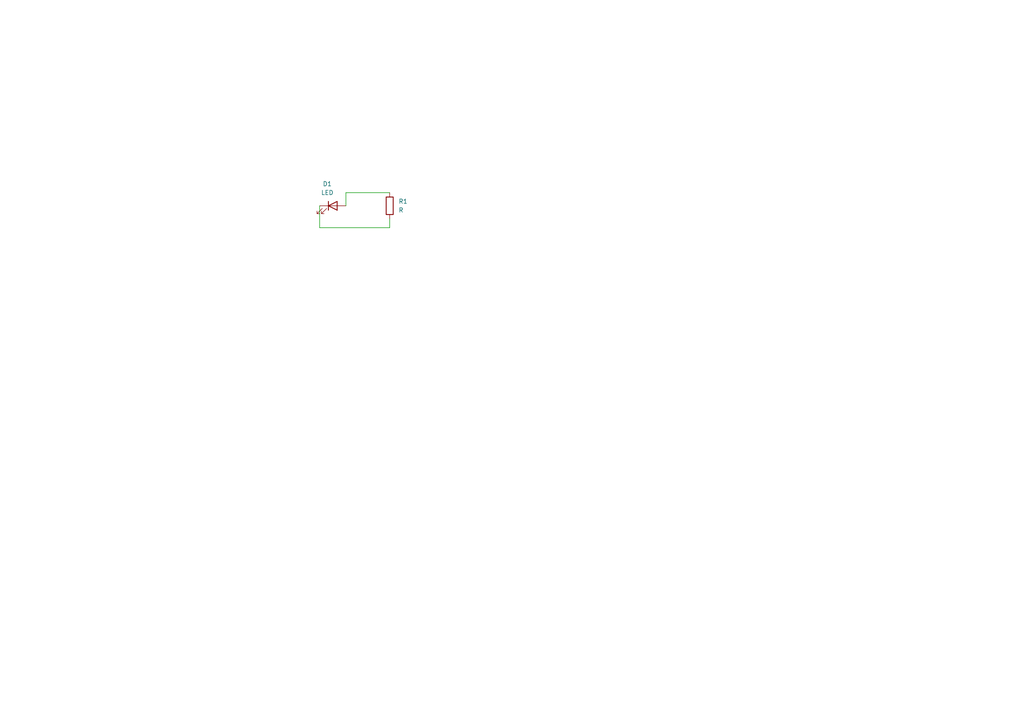
<source format=kicad_sch>
(kicad_sch
	(version 20231120)
	(generator "eeschema")
	(generator_version "8.0")
	(uuid "bc8ae116-f3c8-4e1d-b524-44985b8f6aec")
	(paper "A4")
	(title_block
		(title "Circuit resitor et led")
	)
	(lib_symbols
		(symbol "Device:LED"
			(pin_numbers hide)
			(pin_names
				(offset 1.016) hide)
			(exclude_from_sim no)
			(in_bom yes)
			(on_board yes)
			(property "Reference" "D"
				(at 0 2.54 0)
				(effects
					(font
						(size 1.27 1.27)
					)
				)
			)
			(property "Value" "LED"
				(at 0 -2.54 0)
				(effects
					(font
						(size 1.27 1.27)
					)
				)
			)
			(property "Footprint" ""
				(at 0 0 0)
				(effects
					(font
						(size 1.27 1.27)
					)
					(hide yes)
				)
			)
			(property "Datasheet" "~"
				(at 0 0 0)
				(effects
					(font
						(size 1.27 1.27)
					)
					(hide yes)
				)
			)
			(property "Description" "Light emitting diode"
				(at 0 0 0)
				(effects
					(font
						(size 1.27 1.27)
					)
					(hide yes)
				)
			)
			(property "ki_keywords" "LED diode"
				(at 0 0 0)
				(effects
					(font
						(size 1.27 1.27)
					)
					(hide yes)
				)
			)
			(property "ki_fp_filters" "LED* LED_SMD:* LED_THT:*"
				(at 0 0 0)
				(effects
					(font
						(size 1.27 1.27)
					)
					(hide yes)
				)
			)
			(symbol "LED_0_1"
				(polyline
					(pts
						(xy -1.27 -1.27) (xy -1.27 1.27)
					)
					(stroke
						(width 0.254)
						(type default)
					)
					(fill
						(type none)
					)
				)
				(polyline
					(pts
						(xy -1.27 0) (xy 1.27 0)
					)
					(stroke
						(width 0)
						(type default)
					)
					(fill
						(type none)
					)
				)
				(polyline
					(pts
						(xy 1.27 -1.27) (xy 1.27 1.27) (xy -1.27 0) (xy 1.27 -1.27)
					)
					(stroke
						(width 0.254)
						(type default)
					)
					(fill
						(type none)
					)
				)
				(polyline
					(pts
						(xy -3.048 -0.762) (xy -4.572 -2.286) (xy -3.81 -2.286) (xy -4.572 -2.286) (xy -4.572 -1.524)
					)
					(stroke
						(width 0)
						(type default)
					)
					(fill
						(type none)
					)
				)
				(polyline
					(pts
						(xy -1.778 -0.762) (xy -3.302 -2.286) (xy -2.54 -2.286) (xy -3.302 -2.286) (xy -3.302 -1.524)
					)
					(stroke
						(width 0)
						(type default)
					)
					(fill
						(type none)
					)
				)
			)
			(symbol "LED_1_1"
				(pin passive line
					(at -3.81 0 0)
					(length 2.54)
					(name "K"
						(effects
							(font
								(size 1.27 1.27)
							)
						)
					)
					(number "1"
						(effects
							(font
								(size 1.27 1.27)
							)
						)
					)
				)
				(pin passive line
					(at 3.81 0 180)
					(length 2.54)
					(name "A"
						(effects
							(font
								(size 1.27 1.27)
							)
						)
					)
					(number "2"
						(effects
							(font
								(size 1.27 1.27)
							)
						)
					)
				)
			)
		)
		(symbol "Device:R"
			(pin_numbers hide)
			(pin_names
				(offset 0)
			)
			(exclude_from_sim no)
			(in_bom yes)
			(on_board yes)
			(property "Reference" "R"
				(at 2.032 0 90)
				(effects
					(font
						(size 1.27 1.27)
					)
				)
			)
			(property "Value" "R"
				(at 0 0 90)
				(effects
					(font
						(size 1.27 1.27)
					)
				)
			)
			(property "Footprint" ""
				(at -1.778 0 90)
				(effects
					(font
						(size 1.27 1.27)
					)
					(hide yes)
				)
			)
			(property "Datasheet" "~"
				(at 0 0 0)
				(effects
					(font
						(size 1.27 1.27)
					)
					(hide yes)
				)
			)
			(property "Description" "Resistor"
				(at 0 0 0)
				(effects
					(font
						(size 1.27 1.27)
					)
					(hide yes)
				)
			)
			(property "ki_keywords" "R res resistor"
				(at 0 0 0)
				(effects
					(font
						(size 1.27 1.27)
					)
					(hide yes)
				)
			)
			(property "ki_fp_filters" "R_*"
				(at 0 0 0)
				(effects
					(font
						(size 1.27 1.27)
					)
					(hide yes)
				)
			)
			(symbol "R_0_1"
				(rectangle
					(start -1.016 -2.54)
					(end 1.016 2.54)
					(stroke
						(width 0.254)
						(type default)
					)
					(fill
						(type none)
					)
				)
			)
			(symbol "R_1_1"
				(pin passive line
					(at 0 3.81 270)
					(length 1.27)
					(name "~"
						(effects
							(font
								(size 1.27 1.27)
							)
						)
					)
					(number "1"
						(effects
							(font
								(size 1.27 1.27)
							)
						)
					)
				)
				(pin passive line
					(at 0 -3.81 90)
					(length 1.27)
					(name "~"
						(effects
							(font
								(size 1.27 1.27)
							)
						)
					)
					(number "2"
						(effects
							(font
								(size 1.27 1.27)
							)
						)
					)
				)
			)
		)
	)
	(wire
		(pts
			(xy 100.33 55.88) (xy 113.03 55.88)
		)
		(stroke
			(width 0)
			(type default)
		)
		(uuid "10f2d0c0-a8b6-44ff-9f3f-9676b2c848c7")
	)
	(wire
		(pts
			(xy 100.33 55.88) (xy 100.33 59.69)
		)
		(stroke
			(width 0)
			(type default)
		)
		(uuid "1f3832a1-3c6c-4b1f-82ca-36ee6a3fa80a")
	)
	(wire
		(pts
			(xy 113.03 66.04) (xy 92.71 66.04)
		)
		(stroke
			(width 0)
			(type default)
		)
		(uuid "5a5dd3b0-8623-470f-8368-56061a68247b")
	)
	(wire
		(pts
			(xy 113.03 63.5) (xy 113.03 66.04)
		)
		(stroke
			(width 0)
			(type default)
		)
		(uuid "65ab4d6a-ec4f-43b5-bfcb-4b97bbcdc15e")
	)
	(wire
		(pts
			(xy 92.71 66.04) (xy 92.71 59.69)
		)
		(stroke
			(width 0)
			(type default)
		)
		(uuid "87bfc433-bc6e-47d1-ba66-81bb5771b3d1")
	)
	(symbol
		(lib_id "Device:R")
		(at 113.03 59.69 0)
		(unit 1)
		(exclude_from_sim no)
		(in_bom yes)
		(on_board yes)
		(dnp no)
		(fields_autoplaced yes)
		(uuid "13d8efde-ae40-48bb-81cb-7914e0181cc3")
		(property "Reference" "R1"
			(at 115.57 58.4199 0)
			(effects
				(font
					(size 1.27 1.27)
				)
				(justify left)
			)
		)
		(property "Value" "R"
			(at 115.57 60.9599 0)
			(effects
				(font
					(size 1.27 1.27)
				)
				(justify left)
			)
		)
		(property "Footprint" "Resistor_THT:R_Axial_DIN0204_L3.6mm_D1.6mm_P7.62mm_Horizontal"
			(at 111.252 59.69 90)
			(effects
				(font
					(size 1.27 1.27)
				)
				(hide yes)
			)
		)
		(property "Datasheet" "~"
			(at 113.03 59.69 0)
			(effects
				(font
					(size 1.27 1.27)
				)
				(hide yes)
			)
		)
		(property "Description" "Resistor"
			(at 113.03 59.69 0)
			(effects
				(font
					(size 1.27 1.27)
				)
				(hide yes)
			)
		)
		(pin "2"
			(uuid "4f26b022-a772-46cc-b9ae-2255177c2aa2")
		)
		(pin "1"
			(uuid "24bb35b1-196c-4f21-8a9b-187054937e93")
		)
		(instances
			(project ""
				(path "/bc8ae116-f3c8-4e1d-b524-44985b8f6aec"
					(reference "R1")
					(unit 1)
				)
			)
		)
	)
	(symbol
		(lib_id "Device:LED")
		(at 96.52 59.69 0)
		(unit 1)
		(exclude_from_sim no)
		(in_bom yes)
		(on_board yes)
		(dnp no)
		(fields_autoplaced yes)
		(uuid "fda11f16-20a3-4b33-9ccd-91b3a19ea25a")
		(property "Reference" "D1"
			(at 94.9325 53.34 0)
			(effects
				(font
					(size 1.27 1.27)
				)
			)
		)
		(property "Value" "LED"
			(at 94.9325 55.88 0)
			(effects
				(font
					(size 1.27 1.27)
				)
			)
		)
		(property "Footprint" "Diode_THT:D_DO-15_P5.08mm_Vertical_KathodeUp"
			(at 96.52 59.69 0)
			(effects
				(font
					(size 1.27 1.27)
				)
				(hide yes)
			)
		)
		(property "Datasheet" "~"
			(at 96.52 59.69 0)
			(effects
				(font
					(size 1.27 1.27)
				)
				(hide yes)
			)
		)
		(property "Description" "Light emitting diode"
			(at 96.52 59.69 0)
			(effects
				(font
					(size 1.27 1.27)
				)
				(hide yes)
			)
		)
		(pin "2"
			(uuid "240a1d81-ea62-4e70-b4d8-afac2c819565")
		)
		(pin "1"
			(uuid "78099535-d064-493f-b3dc-afd0ee9b986b")
		)
		(instances
			(project ""
				(path "/bc8ae116-f3c8-4e1d-b524-44985b8f6aec"
					(reference "D1")
					(unit 1)
				)
			)
		)
	)
	(sheet_instances
		(path "/"
			(page "1")
		)
	)
)

</source>
